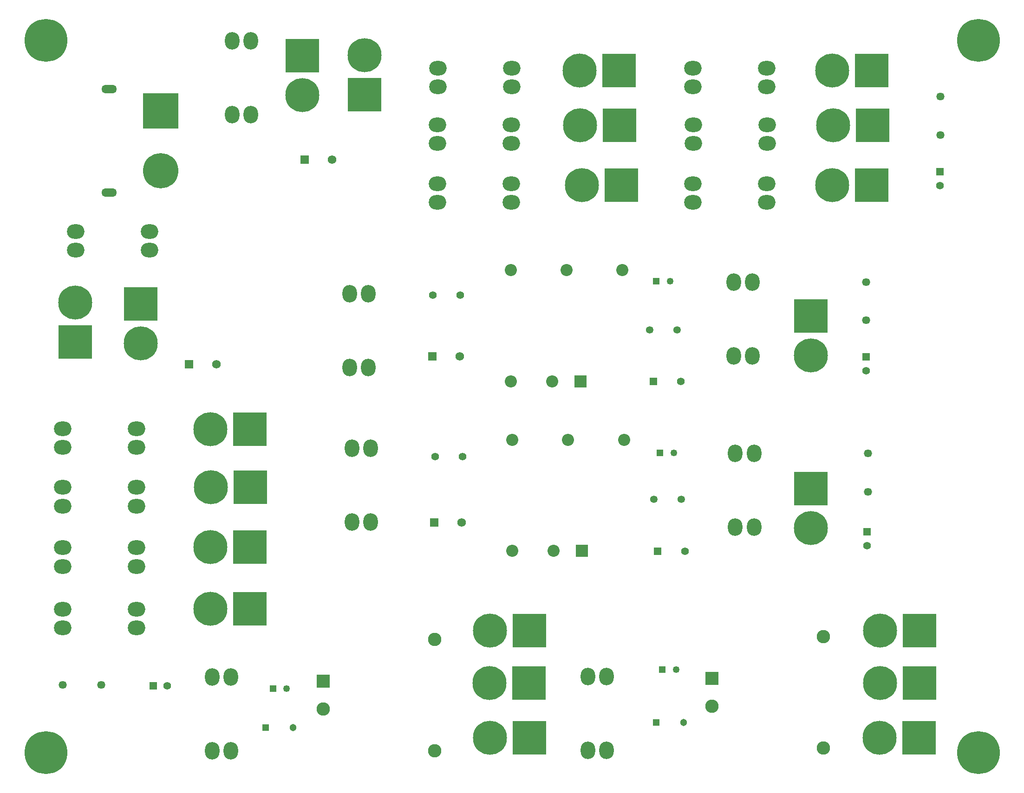
<source format=gts>
G04*
G04 #@! TF.GenerationSoftware,Altium Limited,Altium Designer,21.9.2 (33)*
G04*
G04 Layer_Color=8388736*
%FSLAX25Y25*%
%MOIN*%
G70*
G04*
G04 #@! TF.SameCoordinates,B47FFC8E-61E7-446A-90B7-BF6068300CD5*
G04*
G04*
G04 #@! TF.FilePolarity,Negative*
G04*
G01*
G75*
%ADD16O,0.11036X0.05918*%
%ADD17C,0.25367*%
%ADD18R,0.25367X0.25367*%
%ADD19C,0.24422*%
%ADD20R,0.24422X0.24422*%
%ADD21C,0.05753*%
%ADD22C,0.06200*%
%ADD23R,0.06200X0.06200*%
%ADD24R,0.05556X0.05556*%
%ADD25C,0.05556*%
%ADD26O,0.10446X0.12611*%
%ADD27O,0.12611X0.10446*%
%ADD28C,0.05485*%
%ADD29R,0.09658X0.09658*%
%ADD30C,0.09658*%
%ADD31C,0.08674*%
%ADD32R,0.08674X0.08674*%
%ADD33C,0.05524*%
%ADD34R,0.05524X0.05524*%
%ADD35C,0.05328*%
%ADD36R,0.04934X0.04934*%
%ADD37C,0.04934*%
%ADD38C,0.05131*%
%ADD39R,0.05131X0.05131*%
%ADD40R,0.05556X0.05556*%
%ADD41R,0.24422X0.24422*%
%ADD42C,0.30800*%
D16*
X64961Y421894D02*
D03*
Y496303D02*
D03*
D17*
X101969Y437642D02*
D03*
D18*
Y480555D02*
D03*
D19*
X338583Y30315D02*
D03*
X568716Y305118D02*
D03*
X203756Y492126D02*
D03*
X248606Y520866D02*
D03*
X402756Y509630D02*
D03*
X403150Y470260D02*
D03*
X404331Y427347D02*
D03*
X584252Y509630D02*
D03*
X568716Y181102D02*
D03*
X584646Y470260D02*
D03*
X584252Y427347D02*
D03*
X40732Y342913D02*
D03*
X87614Y313779D02*
D03*
X137795Y252150D02*
D03*
X138189Y210417D02*
D03*
X338583Y107268D02*
D03*
X137795Y167323D02*
D03*
X338189Y69866D02*
D03*
X137795Y123016D02*
D03*
X618504Y107268D02*
D03*
X618307Y69866D02*
D03*
X618110Y30315D02*
D03*
D20*
X366929D02*
D03*
X431102Y509630D02*
D03*
X431496Y470260D02*
D03*
X432677Y427347D02*
D03*
X612598Y509630D02*
D03*
X612992Y470260D02*
D03*
X612598Y427347D02*
D03*
X166142Y252150D02*
D03*
X166535Y210417D02*
D03*
X366929Y107268D02*
D03*
X166142Y167323D02*
D03*
X366535Y69866D02*
D03*
X166142Y123016D02*
D03*
X646850Y107268D02*
D03*
X646654Y69866D02*
D03*
X646457Y30315D02*
D03*
D21*
X59504Y68385D02*
D03*
X31945D02*
D03*
X661692Y463331D02*
D03*
Y490890D02*
D03*
X608542Y357819D02*
D03*
Y330260D02*
D03*
X609724Y234591D02*
D03*
Y207031D02*
D03*
D22*
X142126Y298819D02*
D03*
X318110Y185039D02*
D03*
X316929Y304331D02*
D03*
X225197Y445669D02*
D03*
D23*
X122441Y298819D02*
D03*
X298425Y185039D02*
D03*
X297244Y304331D02*
D03*
X205512Y445669D02*
D03*
D24*
X96734Y67833D02*
D03*
D25*
X106735D02*
D03*
X661533Y427124D02*
D03*
X608384Y294053D02*
D03*
X609171Y168462D02*
D03*
D26*
X152362Y74154D02*
D03*
Y21122D02*
D03*
X138976Y74154D02*
D03*
Y21122D02*
D03*
X239370Y185295D02*
D03*
Y238327D02*
D03*
X252756Y185295D02*
D03*
Y238327D02*
D03*
X251181Y349350D02*
D03*
Y296319D02*
D03*
X237795Y349350D02*
D03*
Y296319D02*
D03*
X526772Y357874D02*
D03*
Y304842D02*
D03*
X513386Y357874D02*
D03*
Y304842D02*
D03*
X166929Y531102D02*
D03*
Y478071D02*
D03*
X153543Y531102D02*
D03*
Y478071D02*
D03*
X514567Y181752D02*
D03*
Y234784D02*
D03*
X527953Y181752D02*
D03*
Y234784D02*
D03*
X408661Y21516D02*
D03*
Y74547D02*
D03*
X422047Y21516D02*
D03*
Y74547D02*
D03*
D27*
X537146Y498032D02*
D03*
X484114D02*
D03*
X537146Y511417D02*
D03*
X484114D02*
D03*
X354075Y498032D02*
D03*
X301043D02*
D03*
X354075Y511417D02*
D03*
X301043D02*
D03*
X300650Y428346D02*
D03*
X353681D02*
D03*
X300650Y414961D02*
D03*
X353681D02*
D03*
X484508Y470866D02*
D03*
X537539D02*
D03*
X484508Y457480D02*
D03*
X537539D02*
D03*
X484114Y428346D02*
D03*
X537146D02*
D03*
X484114Y414961D02*
D03*
X537146D02*
D03*
X41201Y394094D02*
D03*
X94232D02*
D03*
X41201Y380709D02*
D03*
X94232D02*
D03*
X84784Y238976D02*
D03*
X31752D02*
D03*
X84784Y252362D02*
D03*
X31752D02*
D03*
X84784Y196850D02*
D03*
X31752D02*
D03*
X84784Y210236D02*
D03*
X31752D02*
D03*
X84784Y153543D02*
D03*
X31752D02*
D03*
X84784Y166929D02*
D03*
X31752D02*
D03*
X84784Y109449D02*
D03*
X31752D02*
D03*
X84784Y122835D02*
D03*
X31752D02*
D03*
X353681Y457480D02*
D03*
X300650D02*
D03*
X353681Y470866D02*
D03*
X300650D02*
D03*
D28*
X317114Y348273D02*
D03*
X297429D02*
D03*
X318689Y232525D02*
D03*
X299004D02*
D03*
D29*
X218763Y71194D02*
D03*
X497794Y72939D02*
D03*
D30*
X218763Y51194D02*
D03*
X298763Y21194D02*
D03*
Y101194D02*
D03*
X577794Y102939D02*
D03*
Y22939D02*
D03*
X497794Y52939D02*
D03*
D31*
X353287Y286449D02*
D03*
Y366370D02*
D03*
X393445D02*
D03*
X433602D02*
D03*
X383209Y286449D02*
D03*
X384252Y164567D02*
D03*
X434646Y244488D02*
D03*
X394488D02*
D03*
X354331D02*
D03*
Y164567D02*
D03*
D32*
X403287Y286449D02*
D03*
X404331Y164567D02*
D03*
D33*
X475360Y286291D02*
D03*
X478509Y164244D02*
D03*
D34*
X455675Y286291D02*
D03*
X458824Y164244D02*
D03*
D35*
X472704Y323241D02*
D03*
X453019D02*
D03*
X456169Y201587D02*
D03*
X475854D02*
D03*
D36*
X462124Y79262D02*
D03*
X460549Y235168D02*
D03*
X457874Y358268D02*
D03*
X182677Y65748D02*
D03*
D37*
X471966Y79262D02*
D03*
X470392Y235168D02*
D03*
X467717Y358268D02*
D03*
X192520Y65748D02*
D03*
D38*
X477400Y41313D02*
D03*
X197085Y37770D02*
D03*
D39*
X457715Y41313D02*
D03*
X177400Y37770D02*
D03*
D40*
X661533Y437124D02*
D03*
X608384Y304053D02*
D03*
X609171Y178462D02*
D03*
D41*
X568716Y333465D02*
D03*
X203756Y520472D02*
D03*
X248606Y492520D02*
D03*
X568716Y209449D02*
D03*
X40732Y314567D02*
D03*
X87614Y342126D02*
D03*
D42*
X19685Y19685D02*
D03*
Y531496D02*
D03*
X688976Y19685D02*
D03*
Y531496D02*
D03*
M02*

</source>
